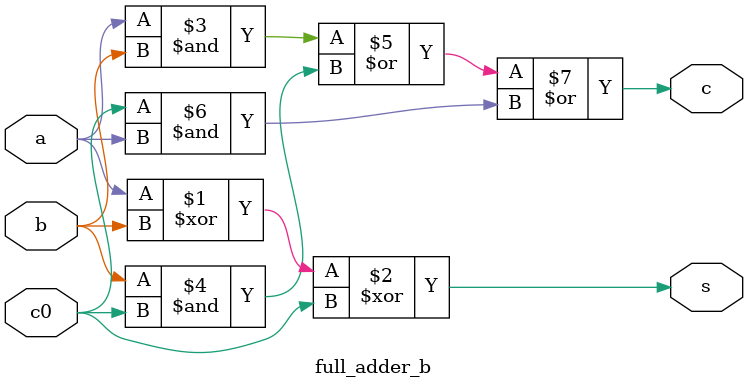
<source format=v>
`timescale 1ns / 1ps
module full_adder_b(input a, input b, input c0, output s, output c);

	assign s = a ^ b ^ c0;
	assign c = ((a & b) | (b & c0) | (c0 & a));

endmodule


</source>
